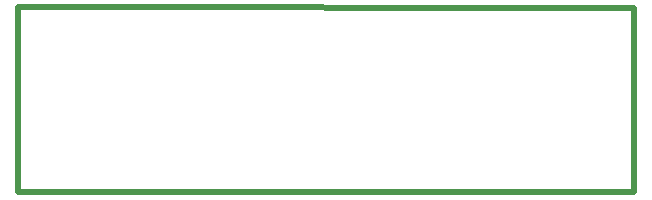
<source format=gbr>
%TF.GenerationSoftware,KiCad,Pcbnew,(5.1.10)-1*%
%TF.CreationDate,2022-01-25T20:11:50-05:00*%
%TF.ProjectId,ISP_Arduino,4953505f-4172-4647-9569-6e6f2e6b6963,rev?*%
%TF.SameCoordinates,Original*%
%TF.FileFunction,Profile,NP*%
%FSLAX46Y46*%
G04 Gerber Fmt 4.6, Leading zero omitted, Abs format (unit mm)*
G04 Created by KiCad (PCBNEW (5.1.10)-1) date 2022-01-25 20:11:50*
%MOMM*%
%LPD*%
G01*
G04 APERTURE LIST*
%TA.AperFunction,Profile*%
%ADD10C,0.500000*%
%TD*%
G04 APERTURE END LIST*
D10*
X165300000Y-96900000D02*
X165300000Y-81300000D01*
X113200000Y-96900000D02*
X165300000Y-96900000D01*
X113200000Y-95100000D02*
X113200000Y-96900000D01*
X113200000Y-82850000D02*
X113200000Y-95100000D01*
X113200000Y-81250000D02*
X165300000Y-81300000D01*
X113200000Y-82850000D02*
X113200000Y-81250000D01*
M02*

</source>
